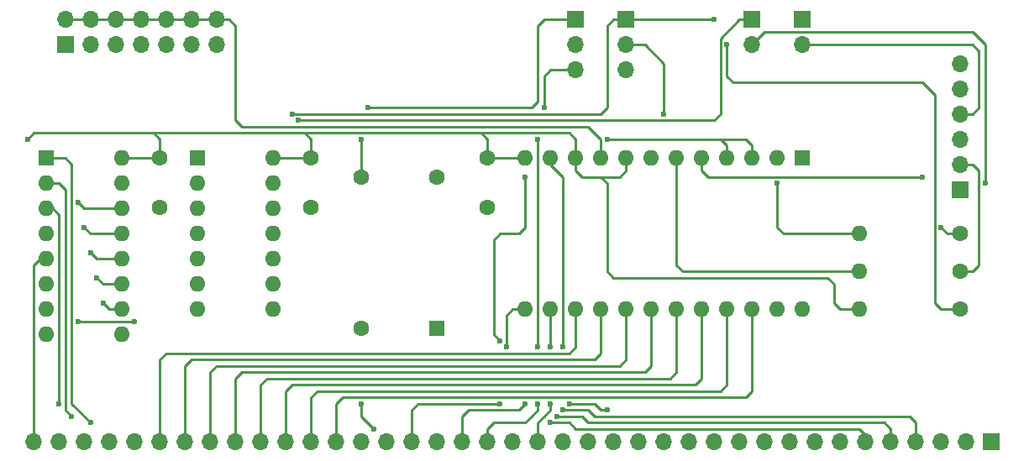
<source format=gtl>
G04 #@! TF.FileFunction,Copper,L1,Top,Signal*
%FSLAX46Y46*%
G04 Gerber Fmt 4.6, Leading zero omitted, Abs format (unit mm)*
G04 Created by KiCad (PCBNEW 4.0.7) date 09/22/19 23:17:32*
%MOMM*%
%LPD*%
G01*
G04 APERTURE LIST*
%ADD10C,0.100000*%
%ADD11C,1.600000*%
%ADD12R,1.700000X1.700000*%
%ADD13O,1.700000X1.700000*%
%ADD14O,1.600000X1.600000*%
%ADD15R,1.600000X1.600000*%
%ADD16C,0.600000*%
%ADD17C,0.250000*%
G04 APERTURE END LIST*
D10*
D11*
X146685000Y-51435000D03*
X146685000Y-56435000D03*
X113665000Y-51435000D03*
X113665000Y-56435000D03*
X128905000Y-51435000D03*
X128905000Y-56435000D03*
D12*
X197485000Y-80010000D03*
D13*
X194945000Y-80010000D03*
X192405000Y-80010000D03*
X189865000Y-80010000D03*
X187325000Y-80010000D03*
X184785000Y-80010000D03*
X182245000Y-80010000D03*
X179705000Y-80010000D03*
X177165000Y-80010000D03*
X174625000Y-80010000D03*
X172085000Y-80010000D03*
X169545000Y-80010000D03*
X167005000Y-80010000D03*
X164465000Y-80010000D03*
X161925000Y-80010000D03*
X159385000Y-80010000D03*
X156845000Y-80010000D03*
X154305000Y-80010000D03*
X151765000Y-80010000D03*
X149225000Y-80010000D03*
X146685000Y-80010000D03*
X144145000Y-80010000D03*
X141605000Y-80010000D03*
X139065000Y-80010000D03*
X136525000Y-80010000D03*
X133985000Y-80010000D03*
X131445000Y-80010000D03*
X128905000Y-80010000D03*
X126365000Y-80010000D03*
X123825000Y-80010000D03*
X121285000Y-80010000D03*
X118745000Y-80010000D03*
X116205000Y-80010000D03*
X113665000Y-80010000D03*
X111125000Y-80010000D03*
X108585000Y-80010000D03*
X106045000Y-80010000D03*
X103505000Y-80010000D03*
X100965000Y-80010000D03*
D12*
X194310000Y-54610000D03*
D13*
X194310000Y-52070000D03*
X194310000Y-49530000D03*
X194310000Y-46990000D03*
X194310000Y-44450000D03*
X194310000Y-41910000D03*
D12*
X104140000Y-40005000D03*
D13*
X104140000Y-37465000D03*
X106680000Y-40005000D03*
X106680000Y-37465000D03*
X109220000Y-40005000D03*
X109220000Y-37465000D03*
X111760000Y-40005000D03*
X111760000Y-37465000D03*
X114300000Y-40005000D03*
X114300000Y-37465000D03*
X116840000Y-40005000D03*
X116840000Y-37465000D03*
X119380000Y-40005000D03*
X119380000Y-37465000D03*
D12*
X173355000Y-37465000D03*
D13*
X173355000Y-40005000D03*
D12*
X178435000Y-37465000D03*
D13*
X178435000Y-40005000D03*
D12*
X155575000Y-37465000D03*
D13*
X155575000Y-40005000D03*
X155575000Y-42545000D03*
D12*
X160655000Y-37465000D03*
D13*
X160655000Y-40005000D03*
X160655000Y-42545000D03*
D11*
X194310000Y-66675000D03*
D14*
X184150000Y-66675000D03*
D11*
X194310000Y-62865000D03*
D14*
X184150000Y-62865000D03*
D11*
X194310000Y-59055000D03*
D14*
X184150000Y-59055000D03*
D15*
X117475000Y-51435000D03*
D14*
X125095000Y-66675000D03*
X117475000Y-53975000D03*
X125095000Y-64135000D03*
X117475000Y-56515000D03*
X125095000Y-61595000D03*
X117475000Y-59055000D03*
X125095000Y-59055000D03*
X117475000Y-61595000D03*
X125095000Y-56515000D03*
X117475000Y-64135000D03*
X125095000Y-53975000D03*
X117475000Y-66675000D03*
X125095000Y-51435000D03*
D15*
X102235000Y-51435000D03*
D14*
X109855000Y-69215000D03*
X102235000Y-53975000D03*
X109855000Y-66675000D03*
X102235000Y-56515000D03*
X109855000Y-64135000D03*
X102235000Y-59055000D03*
X109855000Y-61595000D03*
X102235000Y-61595000D03*
X109855000Y-59055000D03*
X102235000Y-64135000D03*
X109855000Y-56515000D03*
X102235000Y-66675000D03*
X109855000Y-53975000D03*
X102235000Y-69215000D03*
X109855000Y-51435000D03*
D15*
X141605000Y-68580000D03*
D11*
X133985000Y-68580000D03*
X133985000Y-53340000D03*
X141605000Y-53340000D03*
D15*
X178435000Y-51435000D03*
D14*
X150495000Y-66675000D03*
X175895000Y-51435000D03*
X153035000Y-66675000D03*
X173355000Y-51435000D03*
X155575000Y-66675000D03*
X170815000Y-51435000D03*
X158115000Y-66675000D03*
X168275000Y-51435000D03*
X160655000Y-66675000D03*
X165735000Y-51435000D03*
X163195000Y-66675000D03*
X163195000Y-51435000D03*
X165735000Y-66675000D03*
X160655000Y-51435000D03*
X168275000Y-66675000D03*
X158115000Y-51435000D03*
X170815000Y-66675000D03*
X155575000Y-51435000D03*
X173355000Y-66675000D03*
X153035000Y-51435000D03*
X175895000Y-66675000D03*
X150495000Y-51435000D03*
X178435000Y-66675000D03*
D16*
X100330000Y-49530000D03*
X133985000Y-76200000D03*
X135255000Y-78740000D03*
X103505000Y-76200000D03*
X154305000Y-76835000D03*
X153670000Y-77470000D03*
X104775000Y-77470000D03*
X153035000Y-78105000D03*
X106680000Y-78105000D03*
X154305000Y-70485000D03*
X154940000Y-76200000D03*
X158750000Y-76835000D03*
X153035000Y-76200000D03*
X153035000Y-70485000D03*
X151765000Y-76200000D03*
X151765000Y-70485000D03*
X151765000Y-49530000D03*
X152400000Y-46355000D03*
X147955000Y-76200000D03*
X148590000Y-70485000D03*
X196850000Y-53975000D03*
X192405000Y-58420000D03*
X190500000Y-53340000D03*
X105410000Y-55880000D03*
X106045000Y-58420000D03*
X106680000Y-60960000D03*
X107315000Y-63500000D03*
X107950000Y-66040000D03*
X105410000Y-67945000D03*
X111125000Y-67945000D03*
X127635000Y-47625000D03*
X133985000Y-49530000D03*
X134620000Y-46355000D03*
X158750000Y-49530000D03*
X127000000Y-46990000D03*
X170815000Y-40005000D03*
X169545000Y-37465000D03*
X164465000Y-46990000D03*
X175895000Y-53975000D03*
X150495000Y-53340000D03*
X147955000Y-69850000D03*
X150495000Y-76200000D03*
D17*
X158115000Y-53340000D02*
X158750000Y-53975000D01*
X158750000Y-62865000D02*
X159385000Y-63500000D01*
X158750000Y-53975000D02*
X158750000Y-62865000D01*
X184150000Y-66675000D02*
X182245000Y-66675000D01*
X182245000Y-66675000D02*
X181610000Y-66040000D01*
X181610000Y-66040000D02*
X181610000Y-64135000D01*
X181610000Y-64135000D02*
X180975000Y-63500000D01*
X180975000Y-63500000D02*
X159385000Y-63500000D01*
X146050000Y-48895000D02*
X154940000Y-48895000D01*
X155575000Y-49530000D02*
X155575000Y-51435000D01*
X154940000Y-48895000D02*
X155575000Y-49530000D01*
X128270000Y-48895000D02*
X146050000Y-48895000D01*
X146685000Y-49530000D02*
X146685000Y-51435000D01*
X146050000Y-48895000D02*
X146685000Y-49530000D01*
X146685000Y-51435000D02*
X150495000Y-51435000D01*
X155575000Y-51435000D02*
X155575000Y-52705000D01*
X155575000Y-52705000D02*
X156210000Y-53340000D01*
X156210000Y-53340000D02*
X157480000Y-53340000D01*
X157480000Y-53340000D02*
X158115000Y-53340000D01*
X158115000Y-53340000D02*
X160020000Y-53340000D01*
X160020000Y-53340000D02*
X160655000Y-52705000D01*
X160655000Y-52705000D02*
X160655000Y-51435000D01*
X125095000Y-51435000D02*
X128905000Y-51435000D01*
X113030000Y-48895000D02*
X128270000Y-48895000D01*
X128905000Y-49530000D02*
X128905000Y-51435000D01*
X128270000Y-48895000D02*
X128905000Y-49530000D01*
X113665000Y-51435000D02*
X113665000Y-49530000D01*
X113030000Y-48895000D02*
X113665000Y-49530000D01*
X100965000Y-48895000D02*
X113030000Y-48895000D01*
X100965000Y-48895000D02*
X100330000Y-49530000D01*
X109855000Y-51435000D02*
X113665000Y-51435000D01*
X135255000Y-78740000D02*
X133985000Y-77470000D01*
X133985000Y-76200000D02*
X133985000Y-77470000D01*
X102235000Y-56515000D02*
X102870000Y-56515000D01*
X102870000Y-56515000D02*
X103505000Y-57150000D01*
X103505000Y-57150000D02*
X103505000Y-76200000D01*
X158115000Y-77470000D02*
X157480000Y-77470000D01*
X189865000Y-78105000D02*
X189230000Y-77470000D01*
X189230000Y-77470000D02*
X158115000Y-77470000D01*
X189865000Y-80010000D02*
X189865000Y-78105000D01*
X156845000Y-76835000D02*
X154305000Y-76835000D01*
X157480000Y-77470000D02*
X156845000Y-76835000D01*
X102235000Y-53975000D02*
X103505000Y-53975000D01*
X156210000Y-77470000D02*
X153670000Y-77470000D01*
X156845000Y-78105000D02*
X175260000Y-78105000D01*
X187325000Y-78740000D02*
X186690000Y-78105000D01*
X186690000Y-78105000D02*
X175260000Y-78105000D01*
X187325000Y-78740000D02*
X187325000Y-80010000D01*
X156845000Y-78105000D02*
X156210000Y-77470000D01*
X104140000Y-76835000D02*
X104775000Y-77470000D01*
X104140000Y-54610000D02*
X104140000Y-76835000D01*
X103505000Y-53975000D02*
X104140000Y-54610000D01*
X104775000Y-76200000D02*
X106680000Y-78105000D01*
X154940000Y-78105000D02*
X153035000Y-78105000D01*
X155575000Y-78740000D02*
X154940000Y-78105000D01*
X184150000Y-78740000D02*
X155575000Y-78740000D01*
X184785000Y-79375000D02*
X184150000Y-78740000D01*
X104140000Y-51435000D02*
X104775000Y-52070000D01*
X104775000Y-52070000D02*
X104775000Y-76200000D01*
X104140000Y-51435000D02*
X102235000Y-51435000D01*
X184785000Y-80010000D02*
X184785000Y-79375000D01*
X153035000Y-51435000D02*
X153035000Y-52070000D01*
X153035000Y-52070000D02*
X154305000Y-53340000D01*
X154305000Y-53340000D02*
X154305000Y-70485000D01*
X154940000Y-76200000D02*
X157480000Y-76200000D01*
X157480000Y-76200000D02*
X158115000Y-76835000D01*
X158115000Y-76835000D02*
X158750000Y-76835000D01*
X152400000Y-77470000D02*
X153035000Y-76835000D01*
X153035000Y-76835000D02*
X153035000Y-76200000D01*
X151765000Y-78740000D02*
X151765000Y-78105000D01*
X151765000Y-78105000D02*
X152400000Y-77470000D01*
X151765000Y-80010000D02*
X151765000Y-78740000D01*
X153035000Y-70485000D02*
X153035000Y-66675000D01*
X152400000Y-46355000D02*
X152400000Y-43180000D01*
X151765000Y-76835000D02*
X151765000Y-76200000D01*
X151765000Y-70485000D02*
X151765000Y-49530000D01*
X151130000Y-77470000D02*
X150495000Y-78105000D01*
X146685000Y-78740000D02*
X147320000Y-78105000D01*
X146685000Y-80010000D02*
X146685000Y-78740000D01*
X147320000Y-78105000D02*
X150495000Y-78105000D01*
X151130000Y-77470000D02*
X151765000Y-76835000D01*
X153035000Y-42545000D02*
X155575000Y-42545000D01*
X152400000Y-43180000D02*
X153035000Y-42545000D01*
X150495000Y-66675000D02*
X149225000Y-66675000D01*
X148590000Y-67310000D02*
X148590000Y-70485000D01*
X149225000Y-66675000D02*
X148590000Y-67310000D01*
X139065000Y-76835000D02*
X139065000Y-78105000D01*
X139700000Y-76200000D02*
X139065000Y-76835000D01*
X147955000Y-76200000D02*
X139700000Y-76200000D01*
X139065000Y-78105000D02*
X139065000Y-80010000D01*
X173355000Y-74930000D02*
X172720000Y-75565000D01*
X131445000Y-76200000D02*
X131445000Y-77470000D01*
X132080000Y-75565000D02*
X131445000Y-76200000D01*
X172720000Y-75565000D02*
X132080000Y-75565000D01*
X173355000Y-66675000D02*
X173355000Y-74930000D01*
X131445000Y-77470000D02*
X131445000Y-80010000D01*
X128905000Y-76835000D02*
X128905000Y-75565000D01*
X170180000Y-74930000D02*
X170815000Y-74295000D01*
X129540000Y-74930000D02*
X170180000Y-74930000D01*
X128905000Y-75565000D02*
X129540000Y-74930000D01*
X128905000Y-80010000D02*
X128905000Y-76835000D01*
X170815000Y-74295000D02*
X170815000Y-66675000D01*
X126365000Y-76200000D02*
X126365000Y-74930000D01*
X167640000Y-74295000D02*
X168275000Y-73660000D01*
X127000000Y-74295000D02*
X167640000Y-74295000D01*
X126365000Y-74930000D02*
X127000000Y-74295000D01*
X168275000Y-66675000D02*
X168275000Y-73660000D01*
X126365000Y-76200000D02*
X126365000Y-80010000D01*
X165735000Y-73025000D02*
X165100000Y-73660000D01*
X123825000Y-74295000D02*
X123825000Y-75565000D01*
X124460000Y-73660000D02*
X123825000Y-74295000D01*
X165100000Y-73660000D02*
X124460000Y-73660000D01*
X123825000Y-80010000D02*
X123825000Y-75565000D01*
X165735000Y-73025000D02*
X165735000Y-66675000D01*
X121285000Y-74930000D02*
X121285000Y-73660000D01*
X162560000Y-73025000D02*
X163195000Y-72390000D01*
X121920000Y-73025000D02*
X162560000Y-73025000D01*
X121285000Y-73660000D02*
X121920000Y-73025000D01*
X163195000Y-66675000D02*
X163195000Y-72390000D01*
X121285000Y-74930000D02*
X121285000Y-80010000D01*
X160655000Y-71755000D02*
X160020000Y-72390000D01*
X118745000Y-73025000D02*
X118745000Y-74295000D01*
X119380000Y-72390000D02*
X118745000Y-73025000D01*
X160020000Y-72390000D02*
X119380000Y-72390000D01*
X118745000Y-80010000D02*
X118745000Y-74295000D01*
X160655000Y-71755000D02*
X160655000Y-66675000D01*
X116205000Y-73660000D02*
X116205000Y-72390000D01*
X157480000Y-71755000D02*
X158115000Y-71120000D01*
X116840000Y-71755000D02*
X157480000Y-71755000D01*
X116205000Y-72390000D02*
X116840000Y-71755000D01*
X158115000Y-66675000D02*
X158115000Y-71120000D01*
X116205000Y-73660000D02*
X116205000Y-80010000D01*
X155575000Y-70485000D02*
X154940000Y-71120000D01*
X113665000Y-71755000D02*
X113665000Y-73025000D01*
X114300000Y-71120000D02*
X113665000Y-71755000D01*
X154940000Y-71120000D02*
X114300000Y-71120000D01*
X113665000Y-80010000D02*
X113665000Y-73025000D01*
X155575000Y-70485000D02*
X155575000Y-66675000D01*
X100965000Y-80010000D02*
X100965000Y-77470000D01*
X100965000Y-62230000D02*
X101600000Y-61595000D01*
X100965000Y-77470000D02*
X100965000Y-62230000D01*
X101600000Y-61595000D02*
X102235000Y-61595000D01*
X173355000Y-40005000D02*
X174625000Y-38735000D01*
X174625000Y-38735000D02*
X195580000Y-38735000D01*
X195580000Y-38735000D02*
X196850000Y-40005000D01*
X196850000Y-40005000D02*
X196850000Y-53975000D01*
X194310000Y-62865000D02*
X195580000Y-62865000D01*
X195580000Y-52070000D02*
X194310000Y-52070000D01*
X196215000Y-52705000D02*
X195580000Y-52070000D01*
X196215000Y-62230000D02*
X196215000Y-52705000D01*
X195580000Y-62865000D02*
X196215000Y-62230000D01*
X194310000Y-59055000D02*
X193040000Y-59055000D01*
X193040000Y-59055000D02*
X192405000Y-58420000D01*
X178435000Y-40005000D02*
X195580000Y-40005000D01*
X195580000Y-46990000D02*
X194310000Y-46990000D01*
X196215000Y-46355000D02*
X195580000Y-46990000D01*
X196215000Y-40640000D02*
X196215000Y-46355000D01*
X195580000Y-40005000D02*
X196215000Y-40640000D01*
X168275000Y-51435000D02*
X168275000Y-52705000D01*
X168910000Y-53340000D02*
X190500000Y-53340000D01*
X168275000Y-52705000D02*
X168910000Y-53340000D01*
X109855000Y-56515000D02*
X106045000Y-56515000D01*
X106045000Y-56515000D02*
X105410000Y-55880000D01*
X136525000Y-48260000D02*
X121920000Y-48260000D01*
X158115000Y-49530000D02*
X156845000Y-48260000D01*
X156845000Y-48260000D02*
X136525000Y-48260000D01*
X158115000Y-51435000D02*
X158115000Y-49530000D01*
X120650000Y-37465000D02*
X119380000Y-37465000D01*
X121285000Y-38100000D02*
X120650000Y-37465000D01*
X121285000Y-47625000D02*
X121285000Y-38100000D01*
X121920000Y-48260000D02*
X121285000Y-47625000D01*
X116840000Y-37465000D02*
X119380000Y-37465000D01*
X114300000Y-37465000D02*
X116840000Y-37465000D01*
X111760000Y-37465000D02*
X114300000Y-37465000D01*
X109220000Y-37465000D02*
X111760000Y-37465000D01*
X106680000Y-37465000D02*
X109220000Y-37465000D01*
X104140000Y-37465000D02*
X106680000Y-37465000D01*
X106680000Y-59055000D02*
X109855000Y-59055000D01*
X106045000Y-58420000D02*
X106680000Y-59055000D01*
X107315000Y-61595000D02*
X109855000Y-61595000D01*
X106680000Y-60960000D02*
X107315000Y-61595000D01*
X107950000Y-64135000D02*
X109855000Y-64135000D01*
X107315000Y-63500000D02*
X107950000Y-64135000D01*
X108585000Y-66675000D02*
X109855000Y-66675000D01*
X107950000Y-66040000D02*
X108585000Y-66675000D01*
X111125000Y-67945000D02*
X105410000Y-67945000D01*
X170180000Y-46990000D02*
X169545000Y-47625000D01*
X169545000Y-47625000D02*
X164465000Y-47625000D01*
X172085000Y-37465000D02*
X173355000Y-37465000D01*
X170180000Y-39370000D02*
X170180000Y-46990000D01*
X172085000Y-37465000D02*
X170180000Y-39370000D01*
X128905000Y-47625000D02*
X164465000Y-47625000D01*
X127635000Y-47625000D02*
X128905000Y-47625000D01*
X140970000Y-46355000D02*
X134620000Y-46355000D01*
X151765000Y-38100000D02*
X151765000Y-45720000D01*
X151765000Y-45720000D02*
X151130000Y-46355000D01*
X151130000Y-46355000D02*
X140970000Y-46355000D01*
X155575000Y-37465000D02*
X152400000Y-37465000D01*
X152400000Y-37465000D02*
X151765000Y-38100000D01*
X133985000Y-49530000D02*
X133985000Y-53340000D01*
X173355000Y-51435000D02*
X173355000Y-50165000D01*
X172720000Y-49530000D02*
X170180000Y-49530000D01*
X173355000Y-50165000D02*
X172720000Y-49530000D01*
X170180000Y-49530000D02*
X170815000Y-50165000D01*
X158750000Y-49530000D02*
X170180000Y-49530000D01*
X170815000Y-51435000D02*
X170815000Y-50165000D01*
X127000000Y-46990000D02*
X139700000Y-46990000D01*
X159385000Y-37465000D02*
X158750000Y-38100000D01*
X158750000Y-38100000D02*
X158750000Y-46355000D01*
X158750000Y-46355000D02*
X158115000Y-46990000D01*
X158115000Y-46990000D02*
X139700000Y-46990000D01*
X159385000Y-37465000D02*
X160655000Y-37465000D01*
X191770000Y-45085000D02*
X191770000Y-66040000D01*
X190500000Y-43815000D02*
X191770000Y-45085000D01*
X171450000Y-43815000D02*
X190500000Y-43815000D01*
X170815000Y-43180000D02*
X171450000Y-43815000D01*
X192405000Y-66675000D02*
X194310000Y-66675000D01*
X191770000Y-66040000D02*
X192405000Y-66675000D01*
X160655000Y-37465000D02*
X169545000Y-37465000D01*
X170815000Y-40005000D02*
X170815000Y-43180000D01*
X160655000Y-40005000D02*
X162560000Y-40005000D01*
X164465000Y-41910000D02*
X164465000Y-46990000D01*
X162560000Y-40005000D02*
X164465000Y-41910000D01*
X184150000Y-62865000D02*
X166370000Y-62865000D01*
X165735000Y-62230000D02*
X165735000Y-51435000D01*
X166370000Y-62865000D02*
X165735000Y-62230000D01*
X184150000Y-59055000D02*
X176530000Y-59055000D01*
X175895000Y-58420000D02*
X175895000Y-53975000D01*
X176530000Y-59055000D02*
X175895000Y-58420000D01*
X150495000Y-53340000D02*
X150495000Y-58420000D01*
X150495000Y-58420000D02*
X149860000Y-59055000D01*
X149860000Y-59055000D02*
X147955000Y-59055000D01*
X147320000Y-59690000D02*
X147955000Y-59055000D01*
X147320000Y-69215000D02*
X147320000Y-59690000D01*
X147955000Y-69850000D02*
X147320000Y-69215000D01*
X144145000Y-77470000D02*
X144780000Y-76835000D01*
X144780000Y-76835000D02*
X149860000Y-76835000D01*
X149860000Y-76835000D02*
X150495000Y-76200000D01*
X144145000Y-80010000D02*
X144145000Y-77470000D01*
M02*

</source>
